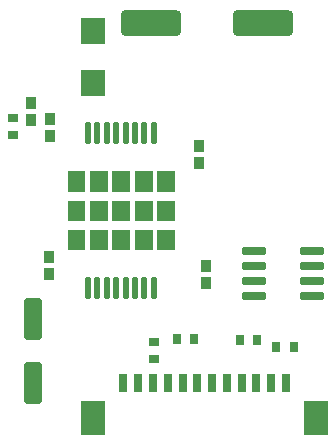
<source format=gtp>
G04 #@! TF.GenerationSoftware,KiCad,Pcbnew,7.0.10*
G04 #@! TF.CreationDate,2024-11-08T18:31:00-05:00*
G04 #@! TF.ProjectId,Novel Mechanism 2 Board,4e6f7665-6c20-44d6-9563-68616e69736d,rev?*
G04 #@! TF.SameCoordinates,Original*
G04 #@! TF.FileFunction,Paste,Top*
G04 #@! TF.FilePolarity,Positive*
%FSLAX46Y46*%
G04 Gerber Fmt 4.6, Leading zero omitted, Abs format (unit mm)*
G04 Created by KiCad (PCBNEW 7.0.10) date 2024-11-08 18:31:00*
%MOMM*%
%LPD*%
G01*
G04 APERTURE LIST*
G04 Aperture macros list*
%AMRoundRect*
0 Rectangle with rounded corners*
0 $1 Rounding radius*
0 $2 $3 $4 $5 $6 $7 $8 $9 X,Y pos of 4 corners*
0 Add a 4 corners polygon primitive as box body*
4,1,4,$2,$3,$4,$5,$6,$7,$8,$9,$2,$3,0*
0 Add four circle primitives for the rounded corners*
1,1,$1+$1,$2,$3*
1,1,$1+$1,$4,$5*
1,1,$1+$1,$6,$7*
1,1,$1+$1,$8,$9*
0 Add four rect primitives between the rounded corners*
20,1,$1+$1,$2,$3,$4,$5,0*
20,1,$1+$1,$4,$5,$6,$7,0*
20,1,$1+$1,$6,$7,$8,$9,0*
20,1,$1+$1,$8,$9,$2,$3,0*%
G04 Aperture macros list end*
%ADD10C,0.010000*%
%ADD11R,2.120000X2.200000*%
%ADD12R,0.930000X1.010000*%
%ADD13RoundRect,0.075000X-0.910000X-0.225000X0.910000X-0.225000X0.910000X0.225000X-0.910000X0.225000X0*%
%ADD14RoundRect,0.395000X-0.395000X1.415000X-0.395000X-1.415000X0.395000X-1.415000X0.395000X1.415000X0*%
%ADD15R,0.900000X0.650000*%
%ADD16R,0.650000X0.900000*%
%ADD17O,0.530000X1.950000*%
%ADD18RoundRect,0.265000X-2.240000X-0.795000X2.240000X-0.795000X2.240000X0.795000X-2.240000X0.795000X0*%
%ADD19R,0.800000X1.600000*%
%ADD20R,2.100000X3.000000*%
G04 APERTURE END LIST*
D10*
X134105000Y-73300000D02*
X132695000Y-73300000D01*
X132695000Y-71640000D01*
X134105000Y-71640000D01*
X134105000Y-73300000D01*
G36*
X134105000Y-73300000D02*
G01*
X132695000Y-73300000D01*
X132695000Y-71640000D01*
X134105000Y-71640000D01*
X134105000Y-73300000D01*
G37*
X136005000Y-73300000D02*
X134595000Y-73300000D01*
X134595000Y-71640000D01*
X136005000Y-71640000D01*
X136005000Y-73300000D01*
G36*
X136005000Y-73300000D02*
G01*
X134595000Y-73300000D01*
X134595000Y-71640000D01*
X136005000Y-71640000D01*
X136005000Y-73300000D01*
G37*
X137905000Y-73300000D02*
X136495000Y-73300000D01*
X136495000Y-71640000D01*
X137905000Y-71640000D01*
X137905000Y-73300000D01*
G36*
X137905000Y-73300000D02*
G01*
X136495000Y-73300000D01*
X136495000Y-71640000D01*
X137905000Y-71640000D01*
X137905000Y-73300000D01*
G37*
X139805000Y-73300000D02*
X138395000Y-73300000D01*
X138395000Y-71640000D01*
X139805000Y-71640000D01*
X139805000Y-73300000D01*
G36*
X139805000Y-73300000D02*
G01*
X138395000Y-73300000D01*
X138395000Y-71640000D01*
X139805000Y-71640000D01*
X139805000Y-73300000D01*
G37*
X141705000Y-73300000D02*
X140295000Y-73300000D01*
X140295000Y-71640000D01*
X141705000Y-71640000D01*
X141705000Y-73300000D01*
G36*
X141705000Y-73300000D02*
G01*
X140295000Y-73300000D01*
X140295000Y-71640000D01*
X141705000Y-71640000D01*
X141705000Y-73300000D01*
G37*
X134105000Y-70830000D02*
X132695000Y-70830000D01*
X132695000Y-69170000D01*
X134105000Y-69170000D01*
X134105000Y-70830000D01*
G36*
X134105000Y-70830000D02*
G01*
X132695000Y-70830000D01*
X132695000Y-69170000D01*
X134105000Y-69170000D01*
X134105000Y-70830000D01*
G37*
X136005000Y-70830000D02*
X134595000Y-70830000D01*
X134595000Y-69170000D01*
X136005000Y-69170000D01*
X136005000Y-70830000D01*
G36*
X136005000Y-70830000D02*
G01*
X134595000Y-70830000D01*
X134595000Y-69170000D01*
X136005000Y-69170000D01*
X136005000Y-70830000D01*
G37*
X137905000Y-70830000D02*
X136495000Y-70830000D01*
X136495000Y-69170000D01*
X137905000Y-69170000D01*
X137905000Y-70830000D01*
G36*
X137905000Y-70830000D02*
G01*
X136495000Y-70830000D01*
X136495000Y-69170000D01*
X137905000Y-69170000D01*
X137905000Y-70830000D01*
G37*
X139805000Y-70830000D02*
X138395000Y-70830000D01*
X138395000Y-69170000D01*
X139805000Y-69170000D01*
X139805000Y-70830000D01*
G36*
X139805000Y-70830000D02*
G01*
X138395000Y-70830000D01*
X138395000Y-69170000D01*
X139805000Y-69170000D01*
X139805000Y-70830000D01*
G37*
X141705000Y-70830000D02*
X140295000Y-70830000D01*
X140295000Y-69170000D01*
X141705000Y-69170000D01*
X141705000Y-70830000D01*
G36*
X141705000Y-70830000D02*
G01*
X140295000Y-70830000D01*
X140295000Y-69170000D01*
X141705000Y-69170000D01*
X141705000Y-70830000D01*
G37*
X134105000Y-68360000D02*
X132695000Y-68360000D01*
X132695000Y-66700000D01*
X134105000Y-66700000D01*
X134105000Y-68360000D01*
G36*
X134105000Y-68360000D02*
G01*
X132695000Y-68360000D01*
X132695000Y-66700000D01*
X134105000Y-66700000D01*
X134105000Y-68360000D01*
G37*
X136005000Y-68360000D02*
X134595000Y-68360000D01*
X134595000Y-66700000D01*
X136005000Y-66700000D01*
X136005000Y-68360000D01*
G36*
X136005000Y-68360000D02*
G01*
X134595000Y-68360000D01*
X134595000Y-66700000D01*
X136005000Y-66700000D01*
X136005000Y-68360000D01*
G37*
X137905000Y-68360000D02*
X136495000Y-68360000D01*
X136495000Y-66700000D01*
X137905000Y-66700000D01*
X137905000Y-68360000D01*
G36*
X137905000Y-68360000D02*
G01*
X136495000Y-68360000D01*
X136495000Y-66700000D01*
X137905000Y-66700000D01*
X137905000Y-68360000D01*
G37*
X139805000Y-68360000D02*
X138395000Y-68360000D01*
X138395000Y-66700000D01*
X139805000Y-66700000D01*
X139805000Y-68360000D01*
G36*
X139805000Y-68360000D02*
G01*
X138395000Y-68360000D01*
X138395000Y-66700000D01*
X139805000Y-66700000D01*
X139805000Y-68360000D01*
G37*
X141705000Y-68360000D02*
X140295000Y-68360000D01*
X140295000Y-66700000D01*
X141705000Y-66700000D01*
X141705000Y-68360000D01*
G36*
X141705000Y-68360000D02*
G01*
X140295000Y-68360000D01*
X140295000Y-66700000D01*
X141705000Y-66700000D01*
X141705000Y-68360000D01*
G37*
D11*
X134850000Y-59205000D03*
X134850000Y-54795000D03*
D12*
X131200000Y-63709000D03*
X131200000Y-62291000D03*
D13*
X148480000Y-73445000D03*
X148480000Y-74715000D03*
X148480000Y-75985000D03*
X148480000Y-77255000D03*
X153420000Y-77255000D03*
X153420000Y-75985000D03*
X153420000Y-74715000D03*
X153420000Y-73445000D03*
D14*
X129750000Y-79177500D03*
X129750000Y-84577500D03*
D15*
X128100000Y-63625000D03*
X128100000Y-62175000D03*
D16*
X143425000Y-80900000D03*
X141975000Y-80900000D03*
X148725000Y-81000000D03*
X147275000Y-81000000D03*
D12*
X129600000Y-60891000D03*
X129600000Y-62309000D03*
X143850000Y-64541000D03*
X143850000Y-65959000D03*
X144450000Y-76118000D03*
X144450000Y-74700000D03*
X131150000Y-73982000D03*
X131150000Y-75400000D03*
D16*
X151825000Y-81600000D03*
X150375000Y-81600000D03*
D15*
X140000000Y-82625000D03*
X140000000Y-81175000D03*
D17*
X134400000Y-76555000D03*
X135200000Y-76555000D03*
X136000000Y-76555000D03*
X136800000Y-76555000D03*
X137600000Y-76555000D03*
X138400000Y-76555000D03*
X139200000Y-76555000D03*
X140000000Y-76555000D03*
X140000000Y-63445000D03*
X139200000Y-63445000D03*
X138400000Y-63445000D03*
X137600000Y-63445000D03*
X136800000Y-63445000D03*
X136000000Y-63445000D03*
X135200000Y-63445000D03*
X134400000Y-63445000D03*
D18*
X139750000Y-54150000D03*
X149250000Y-54150000D03*
D19*
X137425000Y-84650000D03*
X138675000Y-84650000D03*
X139925000Y-84650000D03*
X141175000Y-84650000D03*
X142425000Y-84650000D03*
X143675000Y-84650000D03*
X144925000Y-84650000D03*
X146175000Y-84650000D03*
X147425000Y-84650000D03*
X148675000Y-84650000D03*
X149925000Y-84650000D03*
X151175000Y-84650000D03*
D20*
X134875000Y-87550000D03*
X153725000Y-87550000D03*
M02*

</source>
